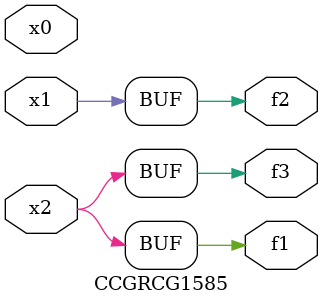
<source format=v>
module CCGRCG1585(
	input x0, x1, x2,
	output f1, f2, f3
);
	assign f1 = x2;
	assign f2 = x1;
	assign f3 = x2;
endmodule

</source>
